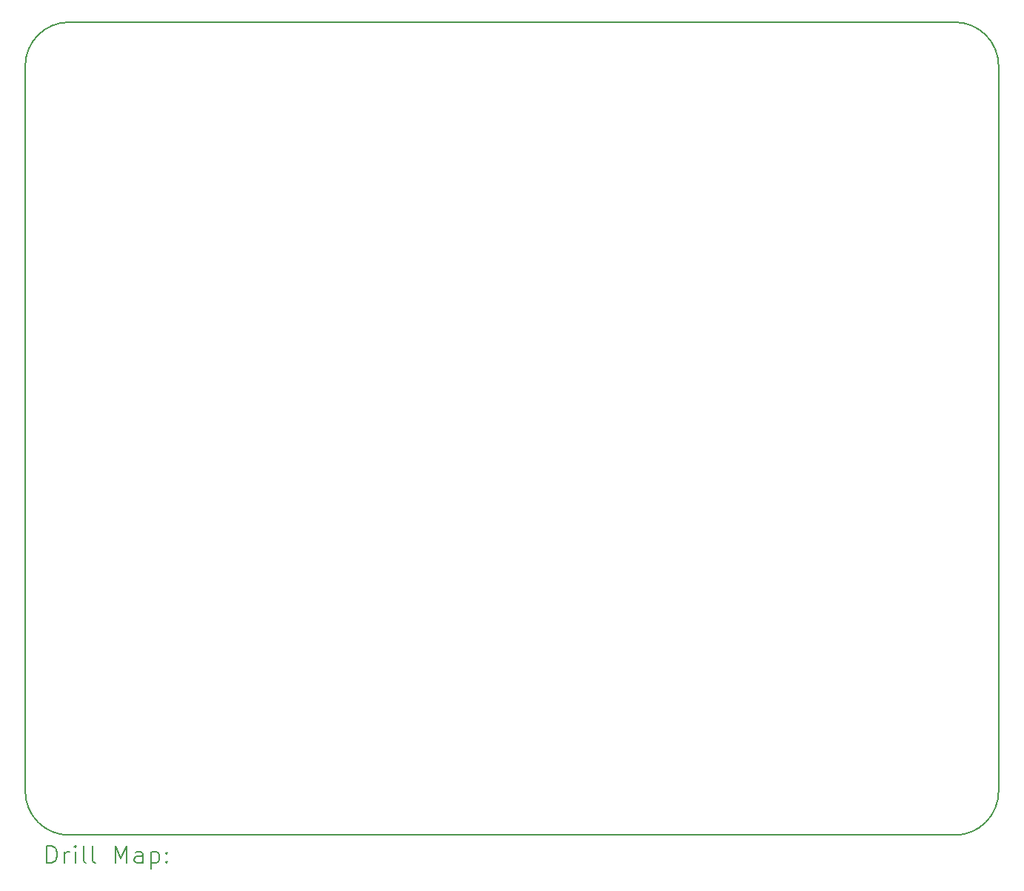
<source format=gbr>
%TF.GenerationSoftware,KiCad,Pcbnew,(6.0.11)*%
%TF.CreationDate,2023-03-09T13:00:19+01:00*%
%TF.ProjectId,ultrasonic array,756c7472-6173-46f6-9e69-632061727261,rev?*%
%TF.SameCoordinates,Original*%
%TF.FileFunction,Drillmap*%
%TF.FilePolarity,Positive*%
%FSLAX45Y45*%
G04 Gerber Fmt 4.5, Leading zero omitted, Abs format (unit mm)*
G04 Created by KiCad (PCBNEW (6.0.11)) date 2023-03-09 13:00:19*
%MOMM*%
%LPD*%
G01*
G04 APERTURE LIST*
%ADD10C,0.200000*%
G04 APERTURE END LIST*
D10*
X20891425Y-4456544D02*
X20891425Y-4456544D01*
G75*
G02*
X21391425Y-4956544I5J-499996D01*
G01*
X21391425Y-13256544D01*
G75*
G02*
X20891425Y-13756544I-499995J4D01*
G01*
X10761425Y-13756544D01*
G75*
G02*
X10261425Y-13256544I-5J500004D01*
G01*
X10261425Y-4956544D01*
G75*
G02*
X10761425Y-4456544I500000J0D01*
G01*
X20891425Y-4456544D01*
X10509044Y-14077020D02*
X10509044Y-13877020D01*
X10556663Y-13877020D01*
X10585235Y-13886544D01*
X10604282Y-13905592D01*
X10613806Y-13924639D01*
X10623330Y-13962734D01*
X10623330Y-13991306D01*
X10613806Y-14029401D01*
X10604282Y-14048449D01*
X10585235Y-14067496D01*
X10556663Y-14077020D01*
X10509044Y-14077020D01*
X10709044Y-14077020D02*
X10709044Y-13943687D01*
X10709044Y-13981782D02*
X10718568Y-13962734D01*
X10728092Y-13953211D01*
X10747139Y-13943687D01*
X10766187Y-13943687D01*
X10832854Y-14077020D02*
X10832854Y-13943687D01*
X10832854Y-13877020D02*
X10823330Y-13886544D01*
X10832854Y-13896068D01*
X10842377Y-13886544D01*
X10832854Y-13877020D01*
X10832854Y-13896068D01*
X10956663Y-14077020D02*
X10937615Y-14067496D01*
X10928092Y-14048449D01*
X10928092Y-13877020D01*
X11061425Y-14077020D02*
X11042377Y-14067496D01*
X11032854Y-14048449D01*
X11032854Y-13877020D01*
X11289996Y-14077020D02*
X11289996Y-13877020D01*
X11356663Y-14019877D01*
X11423330Y-13877020D01*
X11423330Y-14077020D01*
X11604282Y-14077020D02*
X11604282Y-13972258D01*
X11594758Y-13953211D01*
X11575711Y-13943687D01*
X11537615Y-13943687D01*
X11518568Y-13953211D01*
X11604282Y-14067496D02*
X11585234Y-14077020D01*
X11537615Y-14077020D01*
X11518568Y-14067496D01*
X11509044Y-14048449D01*
X11509044Y-14029401D01*
X11518568Y-14010354D01*
X11537615Y-14000830D01*
X11585234Y-14000830D01*
X11604282Y-13991306D01*
X11699520Y-13943687D02*
X11699520Y-14143687D01*
X11699520Y-13953211D02*
X11718568Y-13943687D01*
X11756663Y-13943687D01*
X11775711Y-13953211D01*
X11785234Y-13962734D01*
X11794758Y-13981782D01*
X11794758Y-14038925D01*
X11785234Y-14057973D01*
X11775711Y-14067496D01*
X11756663Y-14077020D01*
X11718568Y-14077020D01*
X11699520Y-14067496D01*
X11880473Y-14057973D02*
X11889996Y-14067496D01*
X11880473Y-14077020D01*
X11870949Y-14067496D01*
X11880473Y-14057973D01*
X11880473Y-14077020D01*
X11880473Y-13953211D02*
X11889996Y-13962734D01*
X11880473Y-13972258D01*
X11870949Y-13962734D01*
X11880473Y-13953211D01*
X11880473Y-13972258D01*
M02*

</source>
